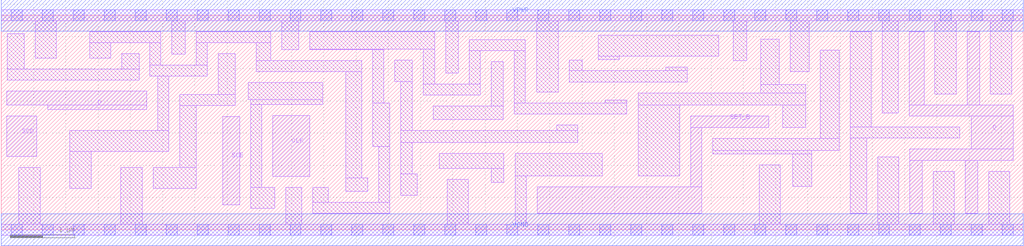
<source format=lef>
# Copyright 2020 The SkyWater PDK Authors
#
# Licensed under the Apache License, Version 2.0 (the "License");
# you may not use this file except in compliance with the License.
# You may obtain a copy of the License at
#
#     https://www.apache.org/licenses/LICENSE-2.0
#
# Unless required by applicable law or agreed to in writing, software
# distributed under the License is distributed on an "AS IS" BASIS,
# WITHOUT WARRANTIES OR CONDITIONS OF ANY KIND, either express or implied.
# See the License for the specific language governing permissions and
# limitations under the License.
#
# SPDX-License-Identifier: Apache-2.0

VERSION 5.7 ;
  NAMESCASESENSITIVE ON ;
  NOWIREEXTENSIONATPIN ON ;
  DIVIDERCHAR "/" ;
  BUSBITCHARS "[]" ;
UNITS
  DATABASE MICRONS 200 ;
END UNITS
MACRO sky130_fd_sc_lp__sdfstp_4
  CLASS CORE ;
  FOREIGN sky130_fd_sc_lp__sdfstp_4 ;
  ORIGIN  0.000000  0.000000 ;
  SIZE  15.84000 BY  3.330000 ;
  SYMMETRY X Y R90 ;
  SITE unit ;
  PIN D
    ANTENNAGATEAREA  0.159000 ;
    DIRECTION INPUT ;
    USE SIGNAL ;
    PORT
      LAYER li1 ;
        RECT 0.085000 1.935000 2.255000 2.155000 ;
        RECT 0.720000 1.870000 2.255000 1.935000 ;
    END
  END D
  PIN Q
    ANTENNADIFFAREA  1.176000 ;
    DIRECTION OUTPUT ;
    USE SIGNAL ;
    PORT
      LAYER li1 ;
        RECT 14.070000 1.765000 15.685000 1.935000 ;
        RECT 14.070000 1.935000 14.300000 3.075000 ;
        RECT 14.080000 0.255000 14.270000 1.075000 ;
        RECT 14.080000 1.075000 15.685000 1.255000 ;
        RECT 14.940000 0.255000 15.130000 1.075000 ;
        RECT 14.970000 1.935000 15.160000 3.075000 ;
        RECT 15.035000 1.255000 15.685000 1.765000 ;
    END
  END Q
  PIN SCD
    ANTENNAGATEAREA  0.159000 ;
    DIRECTION INPUT ;
    USE SIGNAL ;
    PORT
      LAYER li1 ;
        RECT 0.085000 1.140000 0.550000 1.765000 ;
    END
  END SCD
  PIN SCE
    ANTENNAGATEAREA  0.318000 ;
    DIRECTION INPUT ;
    USE SIGNAL ;
    PORT
      LAYER li1 ;
        RECT 3.435000 0.390000 3.695000 1.760000 ;
    END
  END SCE
  PIN SET_B
    ANTENNAGATEAREA  0.252000 ;
    DIRECTION INPUT ;
    USE SIGNAL ;
    PORT
      LAYER li1 ;
        RECT  8.305000 0.255000 10.855000 0.665000 ;
        RECT 10.685000 0.665000 10.855000 1.585000 ;
        RECT 10.685000 1.585000 11.895000 1.765000 ;
    END
  END SET_B
  PIN CLK
    ANTENNAGATEAREA  0.159000 ;
    DIRECTION INPUT ;
    USE CLOCK ;
    PORT
      LAYER li1 ;
        RECT 4.205000 0.830000 4.780000 1.775000 ;
    END
  END CLK
  PIN VGND
    DIRECTION INOUT ;
    USE GROUND ;
    PORT
      LAYER met1 ;
        RECT 0.000000 -0.245000 15.840000 0.245000 ;
    END
  END VGND
  PIN VPWR
    DIRECTION INOUT ;
    USE POWER ;
    PORT
      LAYER met1 ;
        RECT 0.000000 3.085000 15.840000 3.575000 ;
    END
  END VPWR
  OBS
    LAYER li1 ;
      RECT  0.000000 -0.085000 15.840000 0.085000 ;
      RECT  0.000000  3.245000 15.840000 3.415000 ;
      RECT  0.095000  2.325000  2.135000 2.495000 ;
      RECT  0.095000  2.495000  0.355000 3.045000 ;
      RECT  0.275000  0.085000  0.605000 0.970000 ;
      RECT  0.525000  2.665000  0.855000 3.245000 ;
      RECT  1.065000  0.640000  1.395000 1.215000 ;
      RECT  1.065000  1.215000  2.595000 1.540000 ;
      RECT  1.370000  2.665000  1.700000 2.905000 ;
      RECT  1.370000  2.905000  2.475000 3.075000 ;
      RECT  1.855000  0.085000  2.185000 0.970000 ;
      RECT  1.870000  2.495000  2.135000 2.735000 ;
      RECT  2.305000  2.385000  3.195000 2.555000 ;
      RECT  2.305000  2.555000  2.475000 2.905000 ;
      RECT  2.355000  0.640000  3.025000 0.970000 ;
      RECT  2.425000  1.540000  2.595000 2.385000 ;
      RECT  2.645000  2.725000  2.855000 3.245000 ;
      RECT  2.765000  0.970000  3.025000 1.930000 ;
      RECT  2.765000  1.930000  3.625000 2.100000 ;
      RECT  3.025000  2.555000  3.195000 2.905000 ;
      RECT  3.025000  2.905000  4.180000 3.075000 ;
      RECT  3.365000  2.100000  3.625000 2.735000 ;
      RECT  3.825000  2.025000  4.985000 2.285000 ;
      RECT  3.865000  0.330000  4.240000 0.660000 ;
      RECT  3.865000  0.660000  4.035000 1.945000 ;
      RECT  3.865000  1.945000  4.985000 2.025000 ;
      RECT  3.955000  2.455000  5.590000 2.625000 ;
      RECT  3.955000  2.625000  4.180000 2.905000 ;
      RECT  4.350000  2.795000  4.610000 3.245000 ;
      RECT  4.410000  0.085000  4.660000 0.660000 ;
      RECT  4.780000  2.795000  5.930000 2.805000 ;
      RECT  4.780000  2.805000  6.720000 3.075000 ;
      RECT  4.830000  0.255000  6.020000 0.425000 ;
      RECT  4.830000  0.425000  5.070000 0.660000 ;
      RECT  5.340000  0.595000  5.680000 0.805000 ;
      RECT  5.340000  0.805000  5.590000 2.455000 ;
      RECT  5.760000  1.295000  6.020000 1.965000 ;
      RECT  5.760000  1.965000  5.930000 2.795000 ;
      RECT  5.850000  0.425000  6.020000 1.295000 ;
      RECT  6.100000  2.305000  6.370000 2.635000 ;
      RECT  6.190000  0.535000  6.450000 0.865000 ;
      RECT  6.190000  0.865000  6.370000 1.355000 ;
      RECT  6.190000  1.355000  8.935000 1.545000 ;
      RECT  6.190000  1.545000  6.370000 2.305000 ;
      RECT  6.540000  2.095000  7.420000 2.265000 ;
      RECT  6.540000  2.265000  6.720000 2.805000 ;
      RECT  6.695000  1.715000  7.780000 1.925000 ;
      RECT  6.785000  0.950000  7.785000 1.185000 ;
      RECT  6.890000  2.435000  7.080000 3.245000 ;
      RECT  6.910000  0.085000  7.240000 0.780000 ;
      RECT  7.250000  2.265000  7.420000 2.785000 ;
      RECT  7.250000  2.785000  8.120000 2.955000 ;
      RECT  7.590000  1.925000  7.780000 2.615000 ;
      RECT  7.595000  0.735000  7.785000 0.950000 ;
      RECT  7.950000  1.795000  9.690000 1.965000 ;
      RECT  7.950000  1.965000  8.120000 2.785000 ;
      RECT  7.965000  0.085000  8.135000 0.835000 ;
      RECT  7.965000  0.835000  9.315000 1.185000 ;
      RECT  8.300000  2.135000  8.630000 3.245000 ;
      RECT  8.605000  1.545000  8.935000 1.625000 ;
      RECT  8.800000  2.295000 10.630000 2.475000 ;
      RECT  8.800000  2.475000  9.000000 2.635000 ;
      RECT  9.250000  2.645000  9.580000 2.695000 ;
      RECT  9.250000  2.695000 11.120000 3.025000 ;
      RECT  9.360000  1.965000  9.690000 2.015000 ;
      RECT  9.870000  0.835000 10.515000 1.935000 ;
      RECT  9.870000  1.935000 12.465000 2.125000 ;
      RECT 10.300000  2.475000 10.630000 2.525000 ;
      RECT 11.025000  1.175000 12.560000 1.235000 ;
      RECT 11.025000  1.235000 12.990000 1.415000 ;
      RECT 11.340000  2.630000 11.550000 3.245000 ;
      RECT 11.745000  0.085000 12.075000 1.005000 ;
      RECT 11.770000  2.125000 12.465000 2.255000 ;
      RECT 11.770000  2.255000 12.060000 2.960000 ;
      RECT 12.110000  1.585000 12.465000 1.935000 ;
      RECT 12.230000  2.460000 12.525000 3.245000 ;
      RECT 12.265000  0.675000 12.560000 1.175000 ;
      RECT 12.695000  1.415000 12.990000 2.790000 ;
      RECT 13.160000  0.255000 13.410000 1.425000 ;
      RECT 13.160000  1.425000 14.855000 1.595000 ;
      RECT 13.160000  1.595000 13.480000 3.075000 ;
      RECT 13.580000  0.085000 13.910000 1.130000 ;
      RECT 13.650000  1.815000 13.900000 3.245000 ;
      RECT 14.440000  0.085000 14.770000 0.905000 ;
      RECT 14.470000  2.105000 14.800000 3.245000 ;
      RECT 15.300000  0.085000 15.630000 0.905000 ;
      RECT 15.330000  2.105000 15.660000 3.245000 ;
    LAYER mcon ;
      RECT  0.155000 -0.085000  0.325000 0.085000 ;
      RECT  0.155000  3.245000  0.325000 3.415000 ;
      RECT  0.635000 -0.085000  0.805000 0.085000 ;
      RECT  0.635000  3.245000  0.805000 3.415000 ;
      RECT  1.115000 -0.085000  1.285000 0.085000 ;
      RECT  1.115000  3.245000  1.285000 3.415000 ;
      RECT  1.595000 -0.085000  1.765000 0.085000 ;
      RECT  1.595000  3.245000  1.765000 3.415000 ;
      RECT  2.075000 -0.085000  2.245000 0.085000 ;
      RECT  2.075000  3.245000  2.245000 3.415000 ;
      RECT  2.555000 -0.085000  2.725000 0.085000 ;
      RECT  2.555000  3.245000  2.725000 3.415000 ;
      RECT  3.035000 -0.085000  3.205000 0.085000 ;
      RECT  3.035000  3.245000  3.205000 3.415000 ;
      RECT  3.515000 -0.085000  3.685000 0.085000 ;
      RECT  3.515000  3.245000  3.685000 3.415000 ;
      RECT  3.995000 -0.085000  4.165000 0.085000 ;
      RECT  3.995000  3.245000  4.165000 3.415000 ;
      RECT  4.475000 -0.085000  4.645000 0.085000 ;
      RECT  4.475000  3.245000  4.645000 3.415000 ;
      RECT  4.955000 -0.085000  5.125000 0.085000 ;
      RECT  4.955000  3.245000  5.125000 3.415000 ;
      RECT  5.435000 -0.085000  5.605000 0.085000 ;
      RECT  5.435000  3.245000  5.605000 3.415000 ;
      RECT  5.915000 -0.085000  6.085000 0.085000 ;
      RECT  5.915000  3.245000  6.085000 3.415000 ;
      RECT  6.395000 -0.085000  6.565000 0.085000 ;
      RECT  6.395000  3.245000  6.565000 3.415000 ;
      RECT  6.875000 -0.085000  7.045000 0.085000 ;
      RECT  6.875000  3.245000  7.045000 3.415000 ;
      RECT  7.355000 -0.085000  7.525000 0.085000 ;
      RECT  7.355000  3.245000  7.525000 3.415000 ;
      RECT  7.835000 -0.085000  8.005000 0.085000 ;
      RECT  7.835000  3.245000  8.005000 3.415000 ;
      RECT  8.315000 -0.085000  8.485000 0.085000 ;
      RECT  8.315000  3.245000  8.485000 3.415000 ;
      RECT  8.795000 -0.085000  8.965000 0.085000 ;
      RECT  8.795000  3.245000  8.965000 3.415000 ;
      RECT  9.275000 -0.085000  9.445000 0.085000 ;
      RECT  9.275000  3.245000  9.445000 3.415000 ;
      RECT  9.755000 -0.085000  9.925000 0.085000 ;
      RECT  9.755000  3.245000  9.925000 3.415000 ;
      RECT 10.235000 -0.085000 10.405000 0.085000 ;
      RECT 10.235000  3.245000 10.405000 3.415000 ;
      RECT 10.715000 -0.085000 10.885000 0.085000 ;
      RECT 10.715000  3.245000 10.885000 3.415000 ;
      RECT 11.195000 -0.085000 11.365000 0.085000 ;
      RECT 11.195000  3.245000 11.365000 3.415000 ;
      RECT 11.675000 -0.085000 11.845000 0.085000 ;
      RECT 11.675000  3.245000 11.845000 3.415000 ;
      RECT 12.155000 -0.085000 12.325000 0.085000 ;
      RECT 12.155000  3.245000 12.325000 3.415000 ;
      RECT 12.635000 -0.085000 12.805000 0.085000 ;
      RECT 12.635000  3.245000 12.805000 3.415000 ;
      RECT 13.115000 -0.085000 13.285000 0.085000 ;
      RECT 13.115000  3.245000 13.285000 3.415000 ;
      RECT 13.595000 -0.085000 13.765000 0.085000 ;
      RECT 13.595000  3.245000 13.765000 3.415000 ;
      RECT 14.075000 -0.085000 14.245000 0.085000 ;
      RECT 14.075000  3.245000 14.245000 3.415000 ;
      RECT 14.555000 -0.085000 14.725000 0.085000 ;
      RECT 14.555000  3.245000 14.725000 3.415000 ;
      RECT 15.035000 -0.085000 15.205000 0.085000 ;
      RECT 15.035000  3.245000 15.205000 3.415000 ;
      RECT 15.515000 -0.085000 15.685000 0.085000 ;
      RECT 15.515000  3.245000 15.685000 3.415000 ;
  END
END sky130_fd_sc_lp__sdfstp_4
END LIBRARY

</source>
